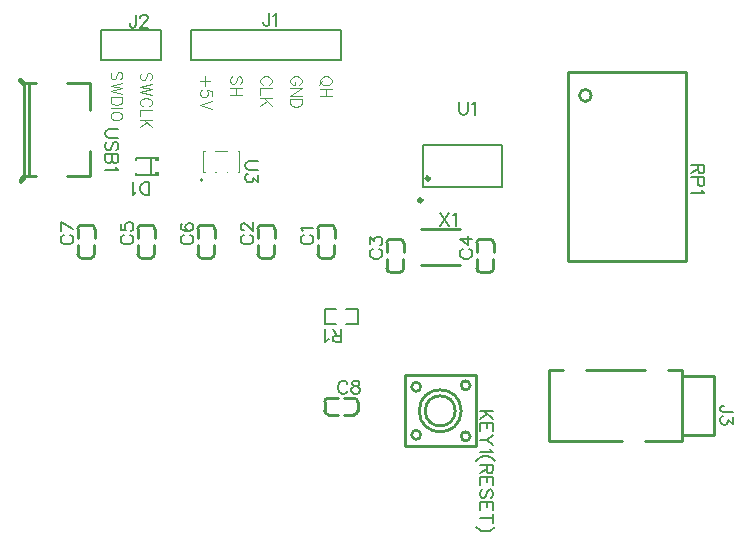
<source format=gto>
G04 Layer: TopSilkscreenLayer*
G04 EasyEDA v6.5.43, 2024-08-21 16:11:37*
G04 cb6e2e9fbd21486d88ae5690d2d3dc00,10*
G04 Gerber Generator version 0.2*
G04 Scale: 100 percent, Rotated: No, Reflected: No *
G04 Dimensions in millimeters *
G04 leading zeros omitted , absolute positions ,4 integer and 5 decimal *
%FSLAX45Y45*%
%MOMM*%

%ADD10C,0.1000*%
%ADD11C,0.1524*%
%ADD12C,0.2540*%
%ADD13C,0.1520*%
%ADD14C,0.2032*%
%ADD15C,0.2030*%
%ADD16C,0.3000*%
%ADD17C,0.0192*%

%LPD*%
D10*
X2585471Y3527549D02*
G01*
X2580899Y3536439D01*
X2572009Y3545583D01*
X2562865Y3550155D01*
X2549149Y3554727D01*
X2526543Y3554727D01*
X2512827Y3550155D01*
X2503683Y3545583D01*
X2494539Y3536439D01*
X2489967Y3527549D01*
X2489967Y3509261D01*
X2494539Y3500117D01*
X2503683Y3490973D01*
X2512827Y3486655D01*
X2526543Y3482083D01*
X2549149Y3482083D01*
X2562865Y3486655D01*
X2572009Y3490973D01*
X2580899Y3500117D01*
X2585471Y3509261D01*
X2585471Y3527549D01*
X2508255Y3513833D02*
G01*
X2481077Y3486655D01*
X2585471Y3452111D02*
G01*
X2489967Y3452111D01*
X2585471Y3388357D02*
G01*
X2489967Y3388357D01*
X2540005Y3452111D02*
G01*
X2540005Y3388357D01*
X2308865Y3486655D02*
G01*
X2318009Y3490973D01*
X2326899Y3500117D01*
X2331471Y3509261D01*
X2331471Y3527549D01*
X2326899Y3536439D01*
X2318009Y3545583D01*
X2308865Y3550155D01*
X2295149Y3554727D01*
X2272543Y3554727D01*
X2258827Y3550155D01*
X2249683Y3545583D01*
X2240539Y3536439D01*
X2235967Y3527549D01*
X2235967Y3509261D01*
X2240539Y3500117D01*
X2249683Y3490973D01*
X2258827Y3486655D01*
X2272543Y3486655D01*
X2272543Y3509261D02*
G01*
X2272543Y3486655D01*
X2331471Y3456429D02*
G01*
X2235967Y3456429D01*
X2331471Y3456429D02*
G01*
X2235967Y3392929D01*
X2331471Y3392929D02*
G01*
X2235967Y3392929D01*
X2331471Y3362957D02*
G01*
X2235967Y3362957D01*
X2331471Y3362957D02*
G01*
X2331471Y3331207D01*
X2326899Y3317491D01*
X2318009Y3308347D01*
X2308865Y3303775D01*
X2295149Y3299203D01*
X2272543Y3299203D01*
X2258827Y3303775D01*
X2249683Y3308347D01*
X2240539Y3317491D01*
X2235967Y3331207D01*
X2235967Y3362957D01*
X2054865Y3486655D02*
G01*
X2064009Y3490973D01*
X2072899Y3500117D01*
X2077471Y3509261D01*
X2077471Y3527549D01*
X2072899Y3536439D01*
X2064009Y3545583D01*
X2054865Y3550155D01*
X2041149Y3554727D01*
X2018543Y3554727D01*
X2004827Y3550155D01*
X1995683Y3545583D01*
X1986539Y3536439D01*
X1981967Y3527549D01*
X1981967Y3509261D01*
X1986539Y3500117D01*
X1995683Y3490973D01*
X2004827Y3486655D01*
X2077471Y3456429D02*
G01*
X1981967Y3456429D01*
X1981967Y3456429D02*
G01*
X1981967Y3402073D01*
X2077471Y3372101D02*
G01*
X1981967Y3372101D01*
X2077471Y3308347D02*
G01*
X2013971Y3372101D01*
X2036577Y3349241D02*
G01*
X1981967Y3308347D01*
X1810009Y3490973D02*
G01*
X1818899Y3500117D01*
X1823471Y3513833D01*
X1823471Y3532121D01*
X1818899Y3545583D01*
X1810009Y3554727D01*
X1800865Y3554727D01*
X1791721Y3550155D01*
X1787149Y3545583D01*
X1782577Y3536439D01*
X1773433Y3509261D01*
X1769115Y3500117D01*
X1764543Y3495545D01*
X1755399Y3490973D01*
X1741683Y3490973D01*
X1732539Y3500117D01*
X1727967Y3513833D01*
X1727967Y3532121D01*
X1732539Y3545583D01*
X1741683Y3554727D01*
X1823471Y3461001D02*
G01*
X1727967Y3461001D01*
X1823471Y3397501D02*
G01*
X1727967Y3397501D01*
X1778005Y3461001D02*
G01*
X1778005Y3397501D01*
X1556009Y3513833D02*
G01*
X1473967Y3513833D01*
X1515115Y3554727D02*
G01*
X1515115Y3472939D01*
X1569471Y3388357D02*
G01*
X1569471Y3433823D01*
X1528577Y3438395D01*
X1533149Y3433823D01*
X1537721Y3420107D01*
X1537721Y3406645D01*
X1533149Y3392929D01*
X1524005Y3383785D01*
X1510543Y3379213D01*
X1501399Y3379213D01*
X1487683Y3383785D01*
X1478539Y3392929D01*
X1473967Y3406645D01*
X1473967Y3420107D01*
X1478539Y3433823D01*
X1483111Y3438395D01*
X1492255Y3442967D01*
X1569471Y3349241D02*
G01*
X1473967Y3312919D01*
X1569471Y3276597D02*
G01*
X1473967Y3312919D01*
X1048001Y3522218D02*
G01*
X1056891Y3531362D01*
X1061463Y3545078D01*
X1061463Y3563365D01*
X1056891Y3576828D01*
X1048001Y3585971D01*
X1038857Y3585971D01*
X1029713Y3581400D01*
X1025141Y3576828D01*
X1020569Y3567684D01*
X1011425Y3540505D01*
X1007107Y3531362D01*
X1002535Y3526789D01*
X993391Y3522218D01*
X979675Y3522218D01*
X970531Y3531362D01*
X965959Y3545078D01*
X965959Y3563365D01*
X970531Y3576828D01*
X979675Y3585971D01*
X1061463Y3492245D02*
G01*
X965959Y3469639D01*
X1061463Y3446779D02*
G01*
X965959Y3469639D01*
X1061463Y3446779D02*
G01*
X965959Y3424173D01*
X1061463Y3401313D02*
G01*
X965959Y3424173D01*
X1038857Y3303270D02*
G01*
X1048001Y3307842D01*
X1056891Y3316986D01*
X1061463Y3325876D01*
X1061463Y3344163D01*
X1056891Y3353307D01*
X1048001Y3362452D01*
X1038857Y3366770D01*
X1025141Y3371342D01*
X1002535Y3371342D01*
X988819Y3366770D01*
X979675Y3362452D01*
X970531Y3353307D01*
X965959Y3344163D01*
X965959Y3325876D01*
X970531Y3316986D01*
X979675Y3307842D01*
X988819Y3303270D01*
X1061463Y3273297D02*
G01*
X965959Y3273297D01*
X965959Y3273297D02*
G01*
X965959Y3218687D01*
X1061463Y3188715D02*
G01*
X965959Y3188715D01*
X1061463Y3124962D02*
G01*
X997963Y3188715D01*
X1020569Y3165855D02*
G01*
X965959Y3124962D01*
X798573Y3530345D02*
G01*
X807463Y3539489D01*
X812035Y3553205D01*
X812035Y3571494D01*
X807463Y3584955D01*
X798573Y3594100D01*
X789429Y3594100D01*
X780285Y3589528D01*
X775713Y3584955D01*
X771141Y3575812D01*
X761997Y3548634D01*
X757679Y3539489D01*
X753107Y3534918D01*
X743963Y3530345D01*
X730247Y3530345D01*
X721103Y3539489D01*
X716531Y3553205D01*
X716531Y3571494D01*
X721103Y3584955D01*
X730247Y3594100D01*
X812035Y3500373D02*
G01*
X716531Y3477768D01*
X812035Y3454907D02*
G01*
X716531Y3477768D01*
X812035Y3454907D02*
G01*
X716531Y3432302D01*
X812035Y3409442D02*
G01*
X716531Y3432302D01*
X812035Y3379470D02*
G01*
X716531Y3379470D01*
X812035Y3379470D02*
G01*
X812035Y3347720D01*
X807463Y3334004D01*
X798573Y3325113D01*
X789429Y3320542D01*
X775713Y3315970D01*
X753107Y3315970D01*
X739391Y3320542D01*
X730247Y3325113D01*
X721103Y3334004D01*
X716531Y3347720D01*
X716531Y3379470D01*
X812035Y3285997D02*
G01*
X716531Y3285997D01*
X812035Y3228594D02*
G01*
X807463Y3237737D01*
X798573Y3246881D01*
X789429Y3251454D01*
X775713Y3256026D01*
X753107Y3256026D01*
X739391Y3251454D01*
X730247Y3246881D01*
X721103Y3237737D01*
X716531Y3228594D01*
X716531Y3210560D01*
X721103Y3201415D01*
X730247Y3192271D01*
X739391Y3187700D01*
X753107Y3183128D01*
X775713Y3183128D01*
X789429Y3187700D01*
X798573Y3192271D01*
X807463Y3201415D01*
X812035Y3210560D01*
X812035Y3228594D01*
D11*
X3667099Y3341115D02*
G01*
X3667099Y3263137D01*
X3672179Y3247644D01*
X3682593Y3237229D01*
X3698341Y3232150D01*
X3708755Y3232150D01*
X3724249Y3237229D01*
X3734663Y3247644D01*
X3739743Y3263137D01*
X3739743Y3341115D01*
X3774033Y3320287D02*
G01*
X3784447Y3325621D01*
X3800195Y3341115D01*
X3800195Y3232150D01*
X2348994Y2211578D02*
G01*
X2338580Y2206244D01*
X2328166Y2195829D01*
X2323086Y2185670D01*
X2323086Y2164842D01*
X2328166Y2154428D01*
X2338580Y2144013D01*
X2348994Y2138679D01*
X2364742Y2133600D01*
X2390650Y2133600D01*
X2406144Y2138679D01*
X2416558Y2144013D01*
X2426972Y2154428D01*
X2432052Y2164842D01*
X2432052Y2185670D01*
X2426972Y2195829D01*
X2416558Y2206244D01*
X2406144Y2211578D01*
X2343914Y2245868D02*
G01*
X2338580Y2256281D01*
X2323086Y2271776D01*
X2432052Y2271776D01*
X1840994Y2211578D02*
G01*
X1830580Y2206244D01*
X1820166Y2195829D01*
X1815086Y2185670D01*
X1815086Y2164842D01*
X1820166Y2154428D01*
X1830580Y2144013D01*
X1840994Y2138679D01*
X1856742Y2133600D01*
X1882650Y2133600D01*
X1898144Y2138679D01*
X1908558Y2144013D01*
X1918972Y2154428D01*
X1924052Y2164842D01*
X1924052Y2185670D01*
X1918972Y2195829D01*
X1908558Y2206244D01*
X1898144Y2211578D01*
X1840994Y2250947D02*
G01*
X1835914Y2250947D01*
X1825500Y2256281D01*
X1820166Y2261362D01*
X1815086Y2271776D01*
X1815086Y2292604D01*
X1820166Y2303018D01*
X1825500Y2308097D01*
X1835914Y2313431D01*
X1846328Y2313431D01*
X1856742Y2308097D01*
X1872236Y2297684D01*
X1924052Y2245868D01*
X1924052Y2318512D01*
X2933191Y2090775D02*
G01*
X2922777Y2085441D01*
X2912363Y2075027D01*
X2907284Y2064867D01*
X2907284Y2044039D01*
X2912363Y2033625D01*
X2922777Y2023211D01*
X2933191Y2017877D01*
X2948940Y2012797D01*
X2974847Y2012797D01*
X2990341Y2017877D01*
X3000756Y2023211D01*
X3011170Y2033625D01*
X3016250Y2044039D01*
X3016250Y2064867D01*
X3011170Y2075027D01*
X3000756Y2085441D01*
X2990341Y2090775D01*
X2907284Y2135479D02*
G01*
X2907284Y2192629D01*
X2948940Y2161387D01*
X2948940Y2176881D01*
X2954020Y2187295D01*
X2959100Y2192629D01*
X2974847Y2197709D01*
X2985261Y2197709D01*
X3000756Y2192629D01*
X3011170Y2182215D01*
X3016250Y2166467D01*
X3016250Y2150973D01*
X3011170Y2135479D01*
X3006090Y2130145D01*
X2995675Y2125065D01*
X3695191Y2090775D02*
G01*
X3684777Y2085441D01*
X3674363Y2075027D01*
X3669284Y2064867D01*
X3669284Y2044039D01*
X3674363Y2033625D01*
X3684777Y2023211D01*
X3695191Y2017877D01*
X3710940Y2012797D01*
X3736847Y2012797D01*
X3752341Y2017877D01*
X3762756Y2023211D01*
X3773170Y2033625D01*
X3778250Y2044039D01*
X3778250Y2064867D01*
X3773170Y2075027D01*
X3762756Y2085441D01*
X3752341Y2090775D01*
X3669284Y2176881D02*
G01*
X3741927Y2125065D01*
X3741927Y2203043D01*
X3669284Y2176881D02*
G01*
X3778250Y2176881D01*
X824994Y2211578D02*
G01*
X814580Y2206244D01*
X804166Y2195829D01*
X799086Y2185670D01*
X799086Y2164842D01*
X804166Y2154428D01*
X814580Y2144013D01*
X824994Y2138679D01*
X840742Y2133600D01*
X866650Y2133600D01*
X882144Y2138679D01*
X892558Y2144013D01*
X902972Y2154428D01*
X908052Y2164842D01*
X908052Y2185670D01*
X902972Y2195829D01*
X892558Y2206244D01*
X882144Y2211578D01*
X799086Y2308097D02*
G01*
X799086Y2256281D01*
X845822Y2250947D01*
X840742Y2256281D01*
X835408Y2271776D01*
X835408Y2287270D01*
X840742Y2303018D01*
X850902Y2313431D01*
X866650Y2318512D01*
X877064Y2318512D01*
X892558Y2313431D01*
X902972Y2303018D01*
X908052Y2287270D01*
X908052Y2271776D01*
X902972Y2256281D01*
X897892Y2250947D01*
X887478Y2245868D01*
X1332994Y2211578D02*
G01*
X1322580Y2206244D01*
X1312166Y2195829D01*
X1307086Y2185670D01*
X1307086Y2164842D01*
X1312166Y2154428D01*
X1322580Y2144013D01*
X1332994Y2138679D01*
X1348742Y2133600D01*
X1374650Y2133600D01*
X1390144Y2138679D01*
X1400558Y2144013D01*
X1410972Y2154428D01*
X1416052Y2164842D01*
X1416052Y2185670D01*
X1410972Y2195829D01*
X1400558Y2206244D01*
X1390144Y2211578D01*
X1322580Y2308097D02*
G01*
X1312166Y2303018D01*
X1307086Y2287270D01*
X1307086Y2277110D01*
X1312166Y2261362D01*
X1327914Y2250947D01*
X1353822Y2245868D01*
X1379730Y2245868D01*
X1400558Y2250947D01*
X1410972Y2261362D01*
X1416052Y2277110D01*
X1416052Y2282189D01*
X1410972Y2297684D01*
X1400558Y2308097D01*
X1385064Y2313431D01*
X1379730Y2313431D01*
X1364236Y2308097D01*
X1353822Y2297684D01*
X1348742Y2282189D01*
X1348742Y2277110D01*
X1353822Y2261362D01*
X1364236Y2250947D01*
X1379730Y2245868D01*
X316994Y2211578D02*
G01*
X306580Y2206244D01*
X296166Y2195829D01*
X291086Y2185670D01*
X291086Y2164842D01*
X296166Y2154428D01*
X306580Y2144013D01*
X316994Y2138679D01*
X332742Y2133600D01*
X358650Y2133600D01*
X374144Y2138679D01*
X384558Y2144013D01*
X394972Y2154428D01*
X400052Y2164842D01*
X400052Y2185670D01*
X394972Y2195829D01*
X384558Y2206244D01*
X374144Y2211578D01*
X291086Y2318512D02*
G01*
X400052Y2266695D01*
X291086Y2245868D02*
G01*
X291086Y2318512D01*
X1038900Y2551684D02*
G01*
X1038900Y2660650D01*
X1038900Y2551684D02*
G01*
X1002578Y2551684D01*
X986830Y2556763D01*
X976670Y2567178D01*
X971336Y2577592D01*
X966256Y2593339D01*
X966256Y2619247D01*
X971336Y2634742D01*
X976670Y2645155D01*
X986830Y2655570D01*
X1002578Y2660650D01*
X1038900Y2660650D01*
X931966Y2572512D02*
G01*
X921552Y2567178D01*
X905804Y2551684D01*
X905804Y2660650D01*
X1963193Y2838488D02*
G01*
X1885215Y2838488D01*
X1869721Y2833408D01*
X1859307Y2822994D01*
X1854227Y2807246D01*
X1854227Y2796832D01*
X1859307Y2781338D01*
X1869721Y2770924D01*
X1885215Y2765844D01*
X1963193Y2765844D01*
X1963193Y2721140D02*
G01*
X1963193Y2663990D01*
X1921537Y2694978D01*
X1921537Y2679484D01*
X1916457Y2669070D01*
X1911377Y2663990D01*
X1895629Y2658656D01*
X1885215Y2658656D01*
X1869721Y2663990D01*
X1859307Y2674404D01*
X1854227Y2689898D01*
X1854227Y2705392D01*
X1859307Y2721140D01*
X1864387Y2726220D01*
X1874801Y2731554D01*
X3505200Y2401315D02*
G01*
X3577843Y2292350D01*
X3577843Y2401315D02*
G01*
X3505200Y2292350D01*
X3612134Y2380487D02*
G01*
X3622547Y2385821D01*
X3638295Y2401315D01*
X3638295Y2292350D01*
X778548Y3109772D02*
G01*
X700570Y3109772D01*
X685076Y3104692D01*
X674662Y3094278D01*
X669582Y3078530D01*
X669582Y3068116D01*
X674662Y3052622D01*
X685076Y3042208D01*
X700570Y3037128D01*
X778548Y3037128D01*
X763054Y2929940D02*
G01*
X773468Y2940354D01*
X778548Y2956102D01*
X778548Y2976676D01*
X773468Y2992424D01*
X763054Y3002838D01*
X752640Y3002838D01*
X742226Y2997504D01*
X736892Y2992424D01*
X731812Y2982010D01*
X721398Y2950768D01*
X716318Y2940354D01*
X710984Y2935274D01*
X700570Y2929940D01*
X685076Y2929940D01*
X674662Y2940354D01*
X669582Y2956102D01*
X669582Y2976676D01*
X674662Y2992424D01*
X685076Y3002838D01*
X778548Y2895650D02*
G01*
X669582Y2895650D01*
X778548Y2895650D02*
G01*
X778548Y2848914D01*
X773468Y2833420D01*
X768134Y2828086D01*
X757720Y2823006D01*
X747306Y2823006D01*
X736892Y2828086D01*
X731812Y2833420D01*
X726732Y2848914D01*
X726732Y2895650D02*
G01*
X726732Y2848914D01*
X721398Y2833420D01*
X716318Y2828086D01*
X705904Y2823006D01*
X690156Y2823006D01*
X679742Y2828086D01*
X674662Y2833420D01*
X669582Y2848914D01*
X669582Y2895650D01*
X757720Y2788716D02*
G01*
X763054Y2778302D01*
X778548Y2762808D01*
X669582Y2762808D01*
X2719580Y953007D02*
G01*
X2714246Y963421D01*
X2703832Y973836D01*
X2693672Y978915D01*
X2672844Y978915D01*
X2662430Y973836D01*
X2652016Y963421D01*
X2646682Y953007D01*
X2641602Y937260D01*
X2641602Y911352D01*
X2646682Y895857D01*
X2652016Y885444D01*
X2662430Y875029D01*
X2672844Y869950D01*
X2693672Y869950D01*
X2703832Y875029D01*
X2714246Y885444D01*
X2719580Y895857D01*
X2779778Y978915D02*
G01*
X2764284Y973836D01*
X2758950Y963421D01*
X2758950Y953007D01*
X2764284Y942594D01*
X2774698Y937260D01*
X2795272Y932179D01*
X2811020Y927100D01*
X2821434Y916686D01*
X2826514Y906271D01*
X2826514Y890523D01*
X2821434Y880110D01*
X2816100Y875029D01*
X2800606Y869950D01*
X2779778Y869950D01*
X2764284Y875029D01*
X2758950Y880110D01*
X2753870Y890523D01*
X2753870Y906271D01*
X2758950Y916686D01*
X2769364Y927100D01*
X2785112Y932179D01*
X2805686Y937260D01*
X2816100Y942594D01*
X2821434Y953007D01*
X2821434Y963421D01*
X2816100Y973836D01*
X2800606Y978915D01*
X2779778Y978915D01*
X2667002Y1307084D02*
G01*
X2667002Y1416050D01*
X2667002Y1307084D02*
G01*
X2620266Y1307084D01*
X2604772Y1312163D01*
X2599438Y1317497D01*
X2594358Y1327912D01*
X2594358Y1338326D01*
X2599438Y1348739D01*
X2604772Y1353820D01*
X2620266Y1358900D01*
X2667002Y1358900D01*
X2630680Y1358900D02*
G01*
X2594358Y1416050D01*
X2560068Y1327912D02*
G01*
X2549654Y1322578D01*
X2533906Y1307084D01*
X2533906Y1416050D01*
X2058672Y4090415D02*
G01*
X2058672Y4007357D01*
X2053338Y3991610D01*
X2048258Y3986529D01*
X2037844Y3981450D01*
X2027430Y3981450D01*
X2017016Y3986529D01*
X2011682Y3991610D01*
X2006602Y4007357D01*
X2006602Y4017771D01*
X2092962Y4069587D02*
G01*
X2103122Y4074921D01*
X2118870Y4090415D01*
X2118870Y3981450D01*
X928372Y4077715D02*
G01*
X928372Y3994657D01*
X923038Y3978910D01*
X917958Y3973829D01*
X907544Y3968750D01*
X897130Y3968750D01*
X886716Y3973829D01*
X881382Y3978910D01*
X876302Y3994657D01*
X876302Y4005071D01*
X967742Y4051807D02*
G01*
X967742Y4056887D01*
X972822Y4067302D01*
X978156Y4072636D01*
X988570Y4077715D01*
X1009398Y4077715D01*
X1019812Y4072636D01*
X1024892Y4067302D01*
X1029972Y4056887D01*
X1029972Y4046473D01*
X1024892Y4036060D01*
X1014478Y4020565D01*
X962662Y3968750D01*
X1035306Y3968750D01*
X5984316Y713739D02*
G01*
X5901258Y713739D01*
X5885510Y719073D01*
X5880430Y724154D01*
X5875350Y734568D01*
X5875350Y744981D01*
X5880430Y755395D01*
X5885510Y760729D01*
X5901258Y765810D01*
X5911672Y765810D01*
X5984316Y669289D02*
G01*
X5984316Y612139D01*
X5942660Y643128D01*
X5942660Y627634D01*
X5937580Y617220D01*
X5932500Y612139D01*
X5916752Y606805D01*
X5906338Y606805D01*
X5890844Y612139D01*
X5880430Y622300D01*
X5875350Y638047D01*
X5875350Y653542D01*
X5880430Y669289D01*
X5885510Y674370D01*
X5895924Y679450D01*
X3950731Y723912D02*
G01*
X3841765Y723912D01*
X3950731Y651268D02*
G01*
X3878087Y723912D01*
X3903995Y698004D02*
G01*
X3841765Y651268D01*
X3950731Y616978D02*
G01*
X3841765Y616978D01*
X3950731Y616978D02*
G01*
X3950731Y549414D01*
X3898915Y616978D02*
G01*
X3898915Y575322D01*
X3841765Y616978D02*
G01*
X3841765Y549414D01*
X3950731Y515124D02*
G01*
X3898915Y473468D01*
X3841765Y473468D01*
X3950731Y431812D02*
G01*
X3898915Y473468D01*
X3929903Y397522D02*
G01*
X3935237Y387362D01*
X3950731Y371614D01*
X3841765Y371614D01*
X3971559Y301002D02*
G01*
X3961145Y311416D01*
X3945651Y321830D01*
X3924823Y332244D01*
X3898915Y337324D01*
X3878087Y337324D01*
X3851925Y332244D01*
X3831351Y321830D01*
X3815603Y311416D01*
X3805189Y301002D01*
X3950731Y266712D02*
G01*
X3841765Y266712D01*
X3950731Y266712D02*
G01*
X3950731Y219976D01*
X3945651Y204482D01*
X3940317Y199148D01*
X3929903Y194068D01*
X3919489Y194068D01*
X3909075Y199148D01*
X3903995Y204482D01*
X3898915Y219976D01*
X3898915Y266712D01*
X3898915Y230390D02*
G01*
X3841765Y194068D01*
X3950731Y159778D02*
G01*
X3841765Y159778D01*
X3950731Y159778D02*
G01*
X3950731Y92214D01*
X3898915Y159778D02*
G01*
X3898915Y118122D01*
X3841765Y159778D02*
G01*
X3841765Y92214D01*
X3935237Y-14973D02*
G01*
X3945651Y-4559D01*
X3950731Y11188D01*
X3950731Y31762D01*
X3945651Y47510D01*
X3935237Y57924D01*
X3924823Y57924D01*
X3914409Y52590D01*
X3909075Y47510D01*
X3903995Y37096D01*
X3893581Y5854D01*
X3888501Y-4559D01*
X3883167Y-9639D01*
X3872753Y-14973D01*
X3857259Y-14973D01*
X3846845Y-4559D01*
X3841765Y11188D01*
X3841765Y31762D01*
X3846845Y47510D01*
X3857259Y57924D01*
X3950731Y-49263D02*
G01*
X3841765Y-49263D01*
X3950731Y-49263D02*
G01*
X3950731Y-116827D01*
X3898915Y-49263D02*
G01*
X3898915Y-90665D01*
X3841765Y-49263D02*
G01*
X3841765Y-116827D01*
X3950731Y-187439D02*
G01*
X3841765Y-187439D01*
X3950731Y-151117D02*
G01*
X3950731Y-223761D01*
X3971559Y-258051D02*
G01*
X3961145Y-268465D01*
X3945651Y-278879D01*
X3924823Y-289293D01*
X3898915Y-294373D01*
X3878087Y-294373D01*
X3851925Y-289293D01*
X3831351Y-278879D01*
X3815603Y-268465D01*
X3805189Y-258051D01*
X5741415Y2806700D02*
G01*
X5632450Y2806700D01*
X5741415Y2806700D02*
G01*
X5741415Y2759963D01*
X5736336Y2744470D01*
X5731002Y2739136D01*
X5720588Y2734055D01*
X5710174Y2734055D01*
X5699759Y2739136D01*
X5694679Y2744470D01*
X5689600Y2759963D01*
X5689600Y2806700D01*
X5689600Y2770378D02*
G01*
X5632450Y2734055D01*
X5741415Y2699765D02*
G01*
X5632450Y2699765D01*
X5741415Y2699765D02*
G01*
X5741415Y2653029D01*
X5736336Y2637281D01*
X5731002Y2632202D01*
X5720588Y2626868D01*
X5705093Y2626868D01*
X5694679Y2632202D01*
X5689600Y2637281D01*
X5684265Y2653029D01*
X5684265Y2699765D01*
X5720588Y2592578D02*
G01*
X5725922Y2582163D01*
X5741415Y2566670D01*
X5632450Y2566670D01*
G36*
X1093520Y2748991D02*
G01*
X1093520Y2713736D01*
X1124000Y2713736D01*
X1124000Y2748991D01*
G37*
G36*
X1093520Y2874264D02*
G01*
X1093520Y2839008D01*
X1124000Y2839008D01*
X1124000Y2874264D01*
G37*
X3359878Y2616860D02*
G01*
X3359878Y2971139D01*
X4025120Y2971139D01*
X4025120Y2616860D01*
X3359878Y2616860D01*
D12*
X2500025Y2298001D02*
G01*
X2580027Y2298001D01*
X2469040Y2187026D02*
G01*
X2469040Y2267023D01*
X2611005Y2187026D02*
G01*
X2611005Y2267023D01*
X2468458Y2129436D02*
G01*
X2468458Y2049437D01*
X2499441Y2018454D02*
G01*
X2579438Y2018454D01*
X2610418Y2129436D02*
G01*
X2610418Y2049437D01*
X1992025Y2298001D02*
G01*
X2072027Y2298001D01*
X1961040Y2187026D02*
G01*
X1961040Y2267023D01*
X2103005Y2187026D02*
G01*
X2103005Y2267023D01*
X1960458Y2129436D02*
G01*
X1960458Y2049437D01*
X1991441Y2018454D02*
G01*
X2071438Y2018454D01*
X2102418Y2129436D02*
G01*
X2102418Y2049437D01*
X3084222Y2177199D02*
G01*
X3164225Y2177199D01*
X3053237Y2066223D02*
G01*
X3053237Y2146221D01*
X3195203Y2066223D02*
G01*
X3195203Y2146221D01*
X3052655Y2008634D02*
G01*
X3052655Y1928634D01*
X3083638Y1897651D02*
G01*
X3163636Y1897651D01*
X3194616Y2008634D02*
G01*
X3194616Y1928634D01*
X3846222Y2177199D02*
G01*
X3926225Y2177199D01*
X3815237Y2066223D02*
G01*
X3815237Y2146221D01*
X3957203Y2066223D02*
G01*
X3957203Y2146221D01*
X3814655Y2008634D02*
G01*
X3814655Y1928634D01*
X3845638Y1897651D02*
G01*
X3925636Y1897651D01*
X3956616Y2008634D02*
G01*
X3956616Y1928634D01*
X976025Y2298001D02*
G01*
X1056027Y2298001D01*
X945040Y2187026D02*
G01*
X945040Y2267023D01*
X1087005Y2187026D02*
G01*
X1087005Y2267023D01*
X944458Y2129436D02*
G01*
X944458Y2049437D01*
X975441Y2018454D02*
G01*
X1055438Y2018454D01*
X1086418Y2129436D02*
G01*
X1086418Y2049437D01*
X1484025Y2298001D02*
G01*
X1564027Y2298001D01*
X1453040Y2187026D02*
G01*
X1453040Y2267023D01*
X1595005Y2187026D02*
G01*
X1595005Y2267023D01*
X1452458Y2129436D02*
G01*
X1452458Y2049437D01*
X1483441Y2018454D02*
G01*
X1563438Y2018454D01*
X1594418Y2129436D02*
G01*
X1594418Y2049437D01*
X468025Y2298001D02*
G01*
X548027Y2298001D01*
X437040Y2187026D02*
G01*
X437040Y2267023D01*
X579005Y2187026D02*
G01*
X579005Y2267023D01*
X436458Y2129436D02*
G01*
X436458Y2049437D01*
X467441Y2018454D02*
G01*
X547438Y2018454D01*
X578418Y2129436D02*
G01*
X578418Y2049437D01*
D13*
X925878Y2866621D02*
G01*
X925878Y2845998D01*
X925878Y2721378D02*
G01*
X925878Y2741000D01*
D11*
X1101123Y2721378D02*
G01*
X925878Y2721378D01*
X1101123Y2866621D02*
G01*
X925878Y2866621D01*
X1060678Y2721378D02*
G01*
X1060678Y2866621D01*
D10*
X1510591Y2742102D02*
G01*
X1495996Y2742102D01*
X1605589Y2742102D02*
G01*
X1601421Y2742102D01*
X1700583Y2742102D02*
G01*
X1696417Y2742102D01*
X1805998Y2742102D02*
G01*
X1791413Y2742102D01*
X1510591Y2922104D02*
G01*
X1495996Y2922104D01*
X1700583Y2922104D02*
G01*
X1601419Y2922104D01*
X1805998Y2922104D02*
G01*
X1791411Y2922104D01*
X1805998Y2922104D02*
G01*
X1805998Y2742102D01*
X1495996Y2922104D02*
G01*
X1495996Y2742102D01*
D12*
X3670300Y1955800D02*
G01*
X3340100Y1955800D01*
X3670300Y2260600D02*
G01*
X3340100Y2260600D01*
X-10198Y2699816D02*
G01*
X-52235Y2661107D01*
X-52235Y2690469D01*
X-19215Y2720949D01*
X-19215Y3483711D01*
X-57315Y3519271D01*
X-57315Y3535705D01*
X-52235Y3535705D01*
X-10198Y3499815D01*
X539813Y3498824D02*
G01*
X539813Y3274491D01*
X539813Y2923159D02*
G01*
X539813Y2708826D01*
X539813Y3498824D02*
G01*
X342912Y3498824D01*
X86677Y3498824D02*
G01*
X-10198Y3498824D01*
X539813Y2708826D02*
G01*
X342912Y2708826D01*
X86677Y2708826D02*
G01*
X-10198Y2708826D01*
X24300Y3498799D02*
G01*
X24300Y2708800D01*
X2806004Y801977D02*
G01*
X2806004Y721974D01*
X2695028Y832962D02*
G01*
X2775026Y832962D01*
X2695028Y690996D02*
G01*
X2775026Y690996D01*
X2637439Y833544D02*
G01*
X2557439Y833544D01*
X2526456Y802561D02*
G01*
X2526456Y722563D01*
X2637439Y691583D02*
G01*
X2557439Y691583D01*
D11*
X2624381Y1590060D02*
G01*
X2528493Y1590060D01*
X2528493Y1457939D01*
X2624381Y1457939D01*
X2709623Y1590060D02*
G01*
X2805511Y1590060D01*
X2805511Y1457939D01*
X2709623Y1457939D01*
D14*
X1587502Y3949700D02*
G01*
X1397002Y3949700D01*
X1397002Y3695700D01*
X2667002Y3695700D01*
X2667002Y3949700D01*
D15*
X2667002Y3949700D02*
G01*
X1587502Y3949700D01*
X1143002Y3949700D02*
G01*
X825502Y3949700D01*
D14*
X1143002Y3949700D02*
G01*
X1143002Y3695700D01*
X635002Y3695700D01*
X635002Y3949700D01*
X825502Y3949700D01*
D12*
X5554220Y1016888D02*
G01*
X5824220Y1016888D01*
X5824220Y516889D01*
X5554220Y516889D01*
X5552440Y1068070D02*
G01*
X5437195Y1068070D01*
X5240964Y1068070D02*
G01*
X4741235Y1068070D01*
X4545004Y1068070D02*
G01*
X4422439Y1068070D01*
X4422439Y1068070D02*
G01*
X4422439Y468068D01*
X4422439Y468068D02*
G01*
X5042844Y468068D01*
X5239075Y468068D02*
G01*
X5552440Y468068D01*
X5552440Y468068D02*
G01*
X5552440Y1068070D01*
X3805214Y1023912D02*
G01*
X3805214Y423913D01*
X3205241Y1023912D02*
G01*
X3805240Y1023912D01*
X3205215Y423913D02*
G01*
X3205215Y1023912D01*
X3805214Y423913D02*
G01*
X3205215Y423913D01*
X4584700Y3593896D02*
G01*
X5584697Y3593896D01*
X5584697Y1993900D01*
X4584700Y1993900D01*
X4584700Y3593896D01*
G75*
G01*
X2499441Y2018449D02*
G02*
X2468458Y2049432I0J30983D01*
G75*
G01*
X2610424Y2049432D02*
G02*
X2579439Y2018449I-30983J0D01*
G75*
G01*
X2469040Y2267019D02*
G02*
X2500025Y2298001I30983J0D01*
G75*
G01*
X2580023Y2298001D02*
G02*
X2611006Y2267019I0J-30982D01*
G75*
G01*
X1991441Y2018449D02*
G02*
X1960458Y2049432I0J30983D01*
G75*
G01*
X2102424Y2049432D02*
G02*
X2071439Y2018449I-30983J0D01*
G75*
G01*
X1961040Y2267019D02*
G02*
X1992025Y2298001I30983J0D01*
G75*
G01*
X2072023Y2298001D02*
G02*
X2103006Y2267019I0J-30982D01*
G75*
G01*
X3083639Y1897647D02*
G02*
X3052656Y1928630I0J30983D01*
G75*
G01*
X3194622Y1928630D02*
G02*
X3163636Y1897647I-30983J0D01*
G75*
G01*
X3053237Y2146216D02*
G02*
X3084223Y2177199I30983J0D01*
G75*
G01*
X3164220Y2177199D02*
G02*
X3195203Y2146216I0J-30983D01*
G75*
G01*
X3845639Y1897647D02*
G02*
X3814656Y1928630I0J30983D01*
G75*
G01*
X3956622Y1928630D02*
G02*
X3925636Y1897647I-30983J0D01*
G75*
G01*
X3815237Y2146216D02*
G02*
X3846223Y2177199I30983J0D01*
G75*
G01*
X3926220Y2177199D02*
G02*
X3957203Y2146216I0J-30983D01*
G75*
G01*
X975441Y2018449D02*
G02*
X944458Y2049432I0J30983D01*
G75*
G01*
X1086424Y2049432D02*
G02*
X1055439Y2018449I-30983J0D01*
G75*
G01*
X945040Y2267019D02*
G02*
X976025Y2298001I30983J0D01*
G75*
G01*
X1056023Y2298001D02*
G02*
X1087006Y2267019I0J-30982D01*
G75*
G01*
X1483441Y2018449D02*
G02*
X1452458Y2049432I0J30983D01*
G75*
G01*
X1594424Y2049432D02*
G02*
X1563439Y2018449I-30983J0D01*
G75*
G01*
X1453040Y2267019D02*
G02*
X1484025Y2298001I30983J0D01*
G75*
G01*
X1564023Y2298001D02*
G02*
X1595006Y2267019I0J-30982D01*
G75*
G01*
X467441Y2018449D02*
G02*
X436458Y2049432I0J30983D01*
G75*
G01*
X578424Y2049432D02*
G02*
X547439Y2018449I-30983J0D01*
G75*
G01*
X437040Y2267019D02*
G02*
X468025Y2298001I30983J0D01*
G75*
G01*
X548023Y2298001D02*
G02*
X579006Y2267019I0J-30982D01*
G75*
G01*
X2526452Y802561D02*
G02*
X2557435Y833544I30983J0D01*
G75*
G01*
X2557435Y691578D02*
G02*
X2526452Y722564I0J30983D01*
G75*
G01*
X2775021Y832963D02*
G02*
X2806004Y801977I0J-30983D01*
G75*
G01*
X2806004Y721980D02*
G02*
X2775021Y690997I-30983J0D01*
D16*
G75*
G01
X3415002Y2692095D02*
G03X3415002Y2692095I-15011J0D01*
G75*
G01
X3351578Y2506904D02*
G03X3351578Y2506904I-15011J0D01*
D10*
G75*
G01
X1498600Y2679725D02*
G03X1498600Y2679725I-12700J0D01*
D12*
G75*
G01
X3759225Y939800D02*
G03X3759225Y939800I-38100J0D01*
G75*
G01
X3759225Y508000D02*
G03X3759225Y508000I-38100J0D01*
G75*
G01
X3340125Y927100D02*
G03X3340125Y927100I-38100J0D01*
G75*
G01
X3340125Y520700D02*
G03X3340125Y520700I-38100J0D01*
G75*
G01
X3683025Y723900D02*
G03X3683025Y723900I-177800J0D01*
G75*
G01
X3632225Y723900D02*
G03X3632225Y723900I-127000J0D01*
G75*
G01
X4784697Y3393897D02*
G03X4784697Y3393897I-50013J0D01*
M02*

</source>
